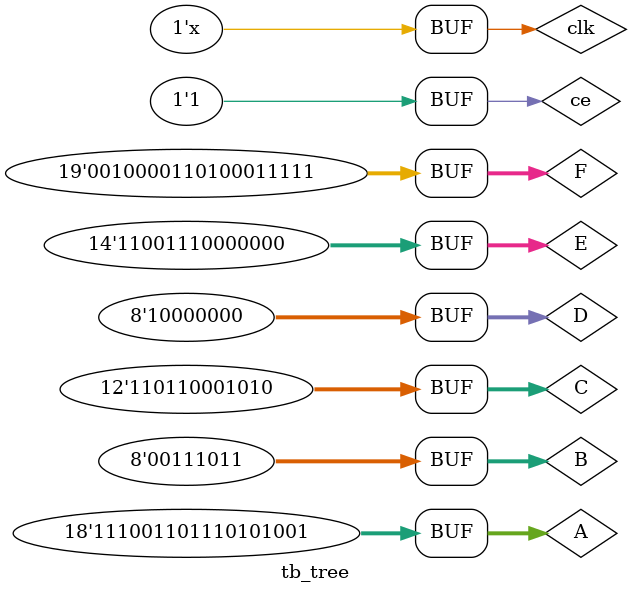
<source format=v>
`timescale 1ns / 1ps


module tb_tree();

wire signed [36:0] Y;
reg clk = 0;
reg ce = 0;

reg signed [17:0] A;
reg signed [7:0] B;
reg signed [11:0] C;
reg signed [7:0] D;
reg signed [13:0] E;
reg signed [18:0] F;
    
always #1 clk = ~clk;

initial #20 ce = 1;

tree dut
(
    .A(A),
    .B(B),
    .C(C),
    .D(D),
    .E(E),
    .F(F),
    .clk(clk),
    .ce(ce),
    .Y(Y)
);

initial begin
    A <= 18'h39ba9;
    B <= 8'h3b;
    C <= 12'hd8a;
    D <= 8'h80;
    E <= 14'h3380;
    F <= 19'h10d1f;
end

//initial #40 $finish;

endmodule

</source>
